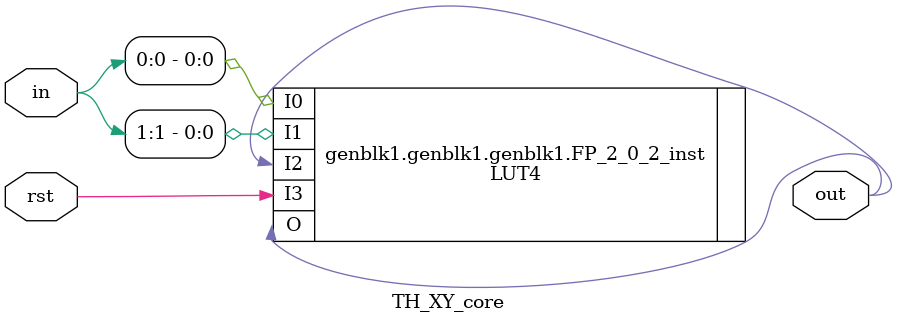
<source format=sv>
`timescale 1ns / 1ps

module TH_XY_core#(
  parameter                     ENC = "FP",
  parameter                     CFG = "2_0_2",
  localparam                    IN_NUM = 4
)
(
//---------CTRL-----------------------
  input                           rst,
//------------------------------------
  input  [IN_NUM-1 : 0]            in,            
//---------OUT------------------------
  output                          out
//------------------------------------
);

generate

if (ENC == "TP") 
begin
  if (CFG == "2_0_2")
  begin
    LUT4 #
    (
      .INIT(16'h00e8)
    )
    TP_2_0_2_inst
    (
      .O  (out),
      .I0 (in[0]),
      .I1 (in[1]),
      .I2 (out),
      .I3 (rst)
    );
  end  

  else if (CFG == "3_0_2")
  begin
  LUT3 #
  (
    .INIT(8'he8)
  )
  TP_3_0_2_inst
  (
    .O  (out),
    .I0 (in[0]),
    .I1 (in[1]),
    .I2 (in[2])
  );
  end

  if (CFG == "4_1_3")
  begin
    LUT4 #
    (
      .INIT(16'he880)
    )
    TP_4_1_3_inst
    (
      .O  (out),
      .I0 (in[0]),
      .I1 (in[1]),
      .I2 (out),
      .I3 (rst)
    );
  end  

  else if (CFG == "4_2_3")
  begin
  LUT6 #
  (
    .INIT(64'h000000008000e880)
  )
  TP_4_2_3_inst
  (
    .O  (out),
    .I0 (in[0]),
    .I1 (in[1]),
    .I2 (in[2]),
    .I3 (in[3]),
    .I4 (out),
    .I5 (rst)
  );
  end
end
else if (ENC == "FP") 
begin
  if (CFG == "2_0_2")
  begin
    LUT4 #
    (
      .INIT(16'h00e8)
    )
    FP_2_0_2_inst
    (
      .O  (out),
      .I0 (in[0]),
      .I1 (in[1]),
      .I2 (out),
      .I3 (rst)
    );
  end  

  else if (CFG == "3_0_2")
  begin
  LUT5 #
  (
    .INIT(32'h0000fee8)
  )
  FP_3_0_2_inst
  (
    .O  (out),
    .I0 (in[0]),
    .I1 (in[1]),
    .I2 (in[2]),
    .I3 (out),
    .I4 (rst)
  );
  end

  else if (CFG == "4_1_3")
  begin
    LUT6 #
    (
      .INIT(64'h00000000fffee880)
    )
    FP_4_1_3_inst
    (
      .O  (out),
      .I0 (in[0]),
      .I1 (in[1]),
      .I2 (in[2]),
      .I3 (in[3]),
      .I4 (out),
      .I5 (rst)
    );
  end  

  else if (CFG == "4_2_3")
  begin
  LUT6 #
  (
    .INIT(64'h000000008000e880)
  )
  FP_4_2_3_inst
  (
    .O  (out),
    .I0 (in[0]),
    .I1 (in[1]),
    .I2 (in[2]),
    .I3 (in[3]),
    .I4 (out),
    .I5 (rst)
  );
  end
end

endgenerate


  

endmodule
</source>
